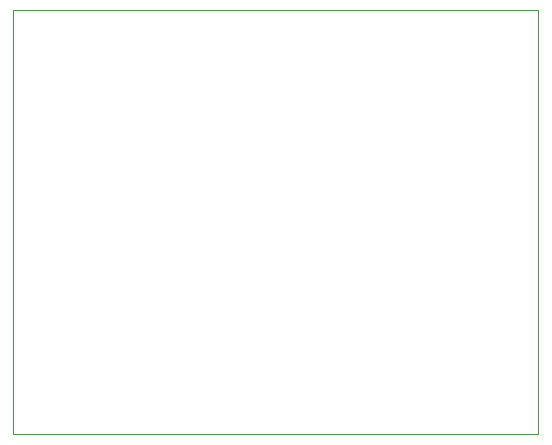
<source format=gbr>
%TF.GenerationSoftware,KiCad,Pcbnew,9.0.4*%
%TF.CreationDate,2025-11-20T06:57:18+02:00*%
%TF.ProjectId,test_5,74657374-5f35-42e6-9b69-6361645f7063,rev?*%
%TF.SameCoordinates,Original*%
%TF.FileFunction,Profile,NP*%
%FSLAX46Y46*%
G04 Gerber Fmt 4.6, Leading zero omitted, Abs format (unit mm)*
G04 Created by KiCad (PCBNEW 9.0.4) date 2025-11-20 06:57:18*
%MOMM*%
%LPD*%
G01*
G04 APERTURE LIST*
%TA.AperFunction,Profile*%
%ADD10C,0.050000*%
%TD*%
G04 APERTURE END LIST*
D10*
X62484000Y-98806000D02*
X106934000Y-98806000D01*
X106934000Y-134683500D01*
X62484000Y-134683500D01*
X62484000Y-98806000D01*
M02*

</source>
